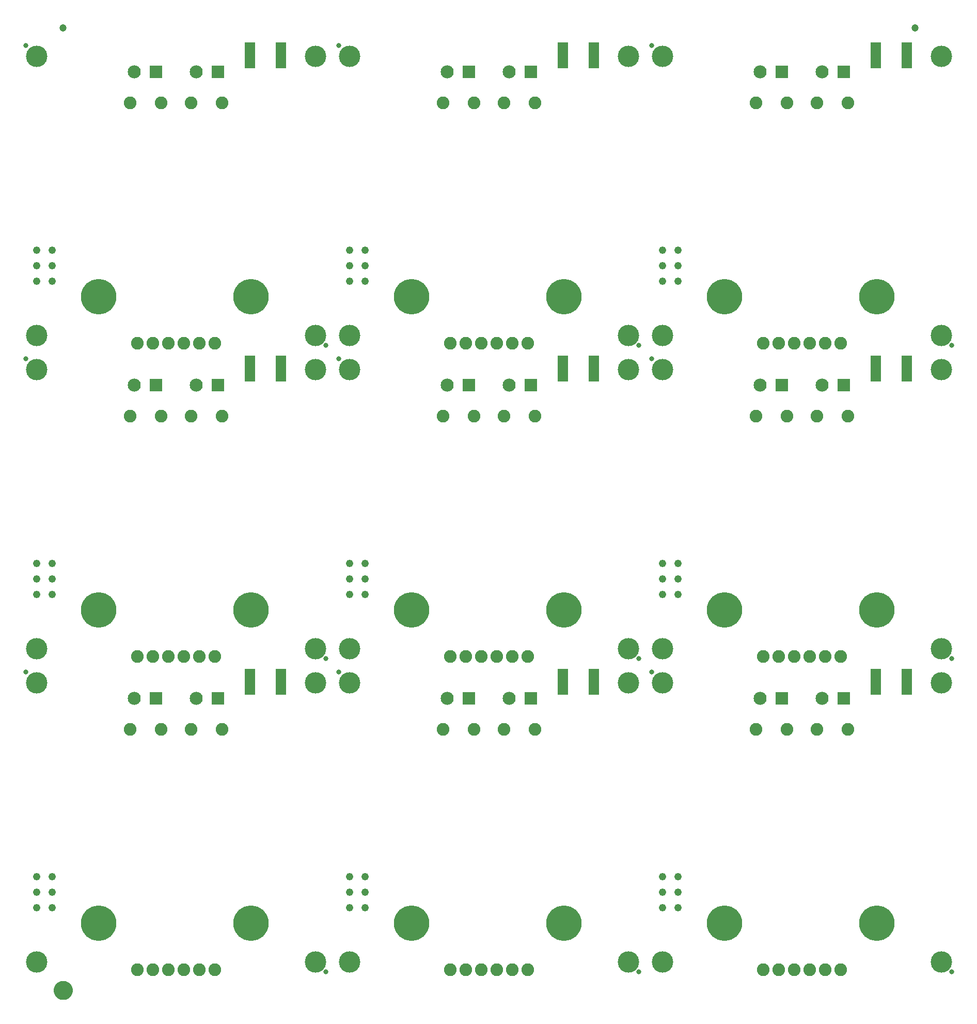
<source format=gbs>
G75*
%MOIN*%
%OFA0B0*%
%FSLAX25Y25*%
%IPPOS*%
%LPD*%
%AMOC8*
5,1,8,0,0,1.08239X$1,22.5*
%
%ADD10C,0.13800*%
%ADD11C,0.08200*%
%ADD12C,0.03300*%
%ADD13C,0.04808*%
%ADD14C,0.08400*%
%ADD15R,0.08400X0.08400*%
%ADD16C,0.22847*%
%ADD17R,0.06706X0.16548*%
%ADD18C,0.04737*%
%ADD19C,0.05000*%
%ADD20C,0.06706*%
D10*
X0053342Y0038750D03*
X0233342Y0038750D03*
X0255342Y0038750D03*
X0435342Y0038750D03*
X0457342Y0038750D03*
X0637342Y0038750D03*
X0637342Y0218750D03*
X0637342Y0240750D03*
X0457342Y0240750D03*
X0435342Y0240750D03*
X0435342Y0218750D03*
X0457342Y0218750D03*
X0255342Y0218750D03*
X0255342Y0240750D03*
X0233342Y0240750D03*
X0233342Y0218750D03*
X0053342Y0218750D03*
X0053342Y0240750D03*
X0053342Y0420750D03*
X0053342Y0442750D03*
X0233342Y0442750D03*
X0255342Y0442750D03*
X0255342Y0420750D03*
X0233342Y0420750D03*
X0435342Y0420750D03*
X0457342Y0420750D03*
X0457342Y0442750D03*
X0435342Y0442750D03*
X0435342Y0622750D03*
X0457342Y0622750D03*
X0637342Y0622750D03*
X0637342Y0442750D03*
X0637342Y0420750D03*
X0255342Y0622750D03*
X0233342Y0622750D03*
X0053342Y0622750D03*
D11*
X0113592Y0592750D03*
X0133592Y0592750D03*
X0153092Y0592750D03*
X0172842Y0592750D03*
X0315592Y0592750D03*
X0335592Y0592750D03*
X0355092Y0592750D03*
X0374842Y0592750D03*
X0517592Y0592750D03*
X0537592Y0592750D03*
X0557092Y0592750D03*
X0576842Y0592750D03*
X0572342Y0437750D03*
X0562342Y0437750D03*
X0552342Y0437750D03*
X0542342Y0437750D03*
X0532342Y0437750D03*
X0522342Y0437750D03*
X0517592Y0390750D03*
X0537592Y0390750D03*
X0557092Y0390750D03*
X0576842Y0390750D03*
X0572342Y0235750D03*
X0562342Y0235750D03*
X0552342Y0235750D03*
X0542342Y0235750D03*
X0532342Y0235750D03*
X0522342Y0235750D03*
X0517592Y0188750D03*
X0537592Y0188750D03*
X0557092Y0188750D03*
X0576842Y0188750D03*
X0572342Y0033750D03*
X0562342Y0033750D03*
X0552342Y0033750D03*
X0542342Y0033750D03*
X0532342Y0033750D03*
X0522342Y0033750D03*
X0370342Y0033750D03*
X0360342Y0033750D03*
X0350342Y0033750D03*
X0340342Y0033750D03*
X0330342Y0033750D03*
X0320342Y0033750D03*
X0168342Y0033750D03*
X0158342Y0033750D03*
X0148342Y0033750D03*
X0138342Y0033750D03*
X0128342Y0033750D03*
X0118342Y0033750D03*
X0113592Y0188750D03*
X0133592Y0188750D03*
X0153092Y0188750D03*
X0172842Y0188750D03*
X0168342Y0235750D03*
X0158342Y0235750D03*
X0148342Y0235750D03*
X0138342Y0235750D03*
X0128342Y0235750D03*
X0118342Y0235750D03*
X0113592Y0390750D03*
X0133592Y0390750D03*
X0153092Y0390750D03*
X0172842Y0390750D03*
X0168342Y0437750D03*
X0158342Y0437750D03*
X0148342Y0437750D03*
X0138342Y0437750D03*
X0128342Y0437750D03*
X0118342Y0437750D03*
X0320342Y0437750D03*
X0330342Y0437750D03*
X0340342Y0437750D03*
X0350342Y0437750D03*
X0360342Y0437750D03*
X0370342Y0437750D03*
X0374842Y0390750D03*
X0355092Y0390750D03*
X0335592Y0390750D03*
X0315592Y0390750D03*
X0320342Y0235750D03*
X0330342Y0235750D03*
X0340342Y0235750D03*
X0350342Y0235750D03*
X0360342Y0235750D03*
X0370342Y0235750D03*
X0374842Y0188750D03*
X0355092Y0188750D03*
X0335592Y0188750D03*
X0315592Y0188750D03*
D12*
X0248342Y0225750D03*
X0239842Y0234250D03*
X0046342Y0225750D03*
X0046342Y0427750D03*
X0239842Y0436250D03*
X0248342Y0427750D03*
X0441842Y0436250D03*
X0450342Y0427750D03*
X0643842Y0436250D03*
X0450342Y0629750D03*
X0248342Y0629750D03*
X0046342Y0629750D03*
X0441842Y0234250D03*
X0450342Y0225750D03*
X0643842Y0234250D03*
X0643842Y0032250D03*
X0441842Y0032250D03*
X0239842Y0032250D03*
D13*
X0255342Y0073750D03*
X0265342Y0073750D03*
X0265342Y0083750D03*
X0255342Y0083750D03*
X0255342Y0093750D03*
X0265342Y0093750D03*
X0457342Y0093750D03*
X0467342Y0093750D03*
X0467342Y0083750D03*
X0467342Y0073750D03*
X0457342Y0073750D03*
X0457342Y0083750D03*
X0457342Y0275750D03*
X0457342Y0285750D03*
X0467342Y0285750D03*
X0467342Y0275750D03*
X0467342Y0295750D03*
X0457342Y0295750D03*
X0265342Y0295750D03*
X0255342Y0295750D03*
X0255342Y0285750D03*
X0265342Y0285750D03*
X0265342Y0275750D03*
X0255342Y0275750D03*
X0063342Y0275750D03*
X0063342Y0285750D03*
X0053342Y0285750D03*
X0053342Y0275750D03*
X0053342Y0295750D03*
X0063342Y0295750D03*
X0063342Y0477750D03*
X0063342Y0487750D03*
X0063342Y0497750D03*
X0053342Y0497750D03*
X0053342Y0487750D03*
X0053342Y0477750D03*
X0255342Y0477750D03*
X0265342Y0477750D03*
X0265342Y0487750D03*
X0265342Y0497750D03*
X0255342Y0497750D03*
X0255342Y0487750D03*
X0457342Y0487750D03*
X0457342Y0477750D03*
X0467342Y0477750D03*
X0467342Y0487750D03*
X0467342Y0497750D03*
X0457342Y0497750D03*
X0063342Y0093750D03*
X0053342Y0093750D03*
X0053342Y0083750D03*
X0063342Y0083750D03*
X0063342Y0073750D03*
X0053342Y0073750D03*
D14*
X0116452Y0208750D03*
X0156452Y0208750D03*
X0318452Y0208750D03*
X0358452Y0208750D03*
X0520452Y0208750D03*
X0560452Y0208750D03*
X0560452Y0410750D03*
X0520452Y0410750D03*
X0358452Y0410750D03*
X0318452Y0410750D03*
X0156452Y0410750D03*
X0116452Y0410750D03*
X0116452Y0612750D03*
X0156452Y0612750D03*
X0318452Y0612750D03*
X0358452Y0612750D03*
X0520452Y0612750D03*
X0560452Y0612750D03*
D15*
X0574232Y0612750D03*
X0534232Y0612750D03*
X0372232Y0612750D03*
X0332232Y0612750D03*
X0170232Y0612750D03*
X0130232Y0612750D03*
X0130232Y0410750D03*
X0170232Y0410750D03*
X0332232Y0410750D03*
X0372232Y0410750D03*
X0534232Y0410750D03*
X0574232Y0410750D03*
X0574232Y0208750D03*
X0534232Y0208750D03*
X0372232Y0208750D03*
X0332232Y0208750D03*
X0170232Y0208750D03*
X0130232Y0208750D03*
D16*
X0093342Y0265750D03*
X0191767Y0265750D03*
X0295342Y0265750D03*
X0393767Y0265750D03*
X0497342Y0265750D03*
X0595767Y0265750D03*
X0595767Y0063750D03*
X0497342Y0063750D03*
X0393767Y0063750D03*
X0295342Y0063750D03*
X0191767Y0063750D03*
X0093342Y0063750D03*
X0093342Y0467750D03*
X0191767Y0467750D03*
X0295342Y0467750D03*
X0393767Y0467750D03*
X0497342Y0467750D03*
X0595767Y0467750D03*
D17*
X0594842Y0421250D03*
X0614842Y0421250D03*
X0412842Y0421250D03*
X0392842Y0421250D03*
X0210842Y0421250D03*
X0190842Y0421250D03*
X0190842Y0623250D03*
X0210842Y0623250D03*
X0392842Y0623250D03*
X0412842Y0623250D03*
X0594842Y0623250D03*
X0614842Y0623250D03*
X0614842Y0219250D03*
X0594842Y0219250D03*
X0412842Y0219250D03*
X0392842Y0219250D03*
X0210842Y0219250D03*
X0190842Y0219250D03*
D18*
X0070342Y0641000D03*
X0620342Y0641000D03*
D19*
X0066777Y0020500D02*
X0066779Y0020619D01*
X0066785Y0020738D01*
X0066795Y0020857D01*
X0066809Y0020975D01*
X0066827Y0021093D01*
X0066848Y0021210D01*
X0066874Y0021326D01*
X0066904Y0021442D01*
X0066937Y0021556D01*
X0066974Y0021669D01*
X0067015Y0021781D01*
X0067060Y0021892D01*
X0067108Y0022001D01*
X0067160Y0022108D01*
X0067216Y0022213D01*
X0067275Y0022317D01*
X0067337Y0022418D01*
X0067403Y0022518D01*
X0067472Y0022615D01*
X0067544Y0022709D01*
X0067620Y0022802D01*
X0067698Y0022891D01*
X0067779Y0022978D01*
X0067864Y0023063D01*
X0067951Y0023144D01*
X0068040Y0023222D01*
X0068133Y0023298D01*
X0068227Y0023370D01*
X0068324Y0023439D01*
X0068424Y0023505D01*
X0068525Y0023567D01*
X0068629Y0023626D01*
X0068734Y0023682D01*
X0068841Y0023734D01*
X0068950Y0023782D01*
X0069061Y0023827D01*
X0069173Y0023868D01*
X0069286Y0023905D01*
X0069400Y0023938D01*
X0069516Y0023968D01*
X0069632Y0023994D01*
X0069749Y0024015D01*
X0069867Y0024033D01*
X0069985Y0024047D01*
X0070104Y0024057D01*
X0070223Y0024063D01*
X0070342Y0024065D01*
X0070461Y0024063D01*
X0070580Y0024057D01*
X0070699Y0024047D01*
X0070817Y0024033D01*
X0070935Y0024015D01*
X0071052Y0023994D01*
X0071168Y0023968D01*
X0071284Y0023938D01*
X0071398Y0023905D01*
X0071511Y0023868D01*
X0071623Y0023827D01*
X0071734Y0023782D01*
X0071843Y0023734D01*
X0071950Y0023682D01*
X0072055Y0023626D01*
X0072159Y0023567D01*
X0072260Y0023505D01*
X0072360Y0023439D01*
X0072457Y0023370D01*
X0072551Y0023298D01*
X0072644Y0023222D01*
X0072733Y0023144D01*
X0072820Y0023063D01*
X0072905Y0022978D01*
X0072986Y0022891D01*
X0073064Y0022802D01*
X0073140Y0022709D01*
X0073212Y0022615D01*
X0073281Y0022518D01*
X0073347Y0022418D01*
X0073409Y0022317D01*
X0073468Y0022213D01*
X0073524Y0022108D01*
X0073576Y0022001D01*
X0073624Y0021892D01*
X0073669Y0021781D01*
X0073710Y0021669D01*
X0073747Y0021556D01*
X0073780Y0021442D01*
X0073810Y0021326D01*
X0073836Y0021210D01*
X0073857Y0021093D01*
X0073875Y0020975D01*
X0073889Y0020857D01*
X0073899Y0020738D01*
X0073905Y0020619D01*
X0073907Y0020500D01*
X0073905Y0020381D01*
X0073899Y0020262D01*
X0073889Y0020143D01*
X0073875Y0020025D01*
X0073857Y0019907D01*
X0073836Y0019790D01*
X0073810Y0019674D01*
X0073780Y0019558D01*
X0073747Y0019444D01*
X0073710Y0019331D01*
X0073669Y0019219D01*
X0073624Y0019108D01*
X0073576Y0018999D01*
X0073524Y0018892D01*
X0073468Y0018787D01*
X0073409Y0018683D01*
X0073347Y0018582D01*
X0073281Y0018482D01*
X0073212Y0018385D01*
X0073140Y0018291D01*
X0073064Y0018198D01*
X0072986Y0018109D01*
X0072905Y0018022D01*
X0072820Y0017937D01*
X0072733Y0017856D01*
X0072644Y0017778D01*
X0072551Y0017702D01*
X0072457Y0017630D01*
X0072360Y0017561D01*
X0072260Y0017495D01*
X0072159Y0017433D01*
X0072055Y0017374D01*
X0071950Y0017318D01*
X0071843Y0017266D01*
X0071734Y0017218D01*
X0071623Y0017173D01*
X0071511Y0017132D01*
X0071398Y0017095D01*
X0071284Y0017062D01*
X0071168Y0017032D01*
X0071052Y0017006D01*
X0070935Y0016985D01*
X0070817Y0016967D01*
X0070699Y0016953D01*
X0070580Y0016943D01*
X0070461Y0016937D01*
X0070342Y0016935D01*
X0070223Y0016937D01*
X0070104Y0016943D01*
X0069985Y0016953D01*
X0069867Y0016967D01*
X0069749Y0016985D01*
X0069632Y0017006D01*
X0069516Y0017032D01*
X0069400Y0017062D01*
X0069286Y0017095D01*
X0069173Y0017132D01*
X0069061Y0017173D01*
X0068950Y0017218D01*
X0068841Y0017266D01*
X0068734Y0017318D01*
X0068629Y0017374D01*
X0068525Y0017433D01*
X0068424Y0017495D01*
X0068324Y0017561D01*
X0068227Y0017630D01*
X0068133Y0017702D01*
X0068040Y0017778D01*
X0067951Y0017856D01*
X0067864Y0017937D01*
X0067779Y0018022D01*
X0067698Y0018109D01*
X0067620Y0018198D01*
X0067544Y0018291D01*
X0067472Y0018385D01*
X0067403Y0018482D01*
X0067337Y0018582D01*
X0067275Y0018683D01*
X0067216Y0018787D01*
X0067160Y0018892D01*
X0067108Y0018999D01*
X0067060Y0019108D01*
X0067015Y0019219D01*
X0066974Y0019331D01*
X0066937Y0019444D01*
X0066904Y0019558D01*
X0066874Y0019674D01*
X0066848Y0019790D01*
X0066827Y0019907D01*
X0066809Y0020025D01*
X0066795Y0020143D01*
X0066785Y0020262D01*
X0066779Y0020381D01*
X0066777Y0020500D01*
D20*
X0070342Y0020500D03*
M02*

</source>
